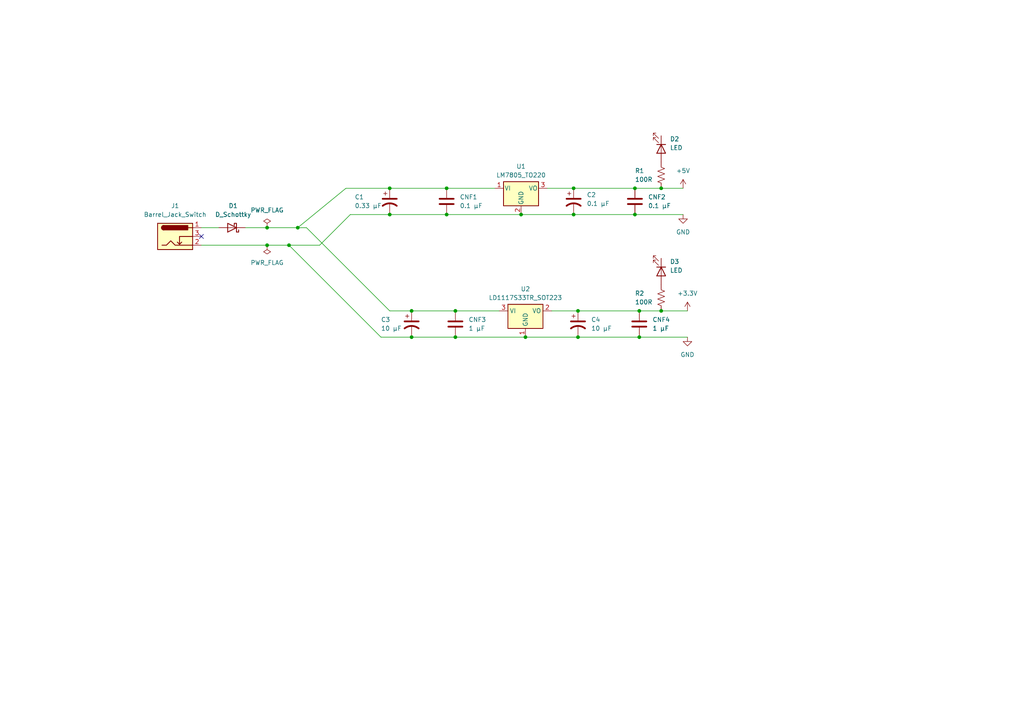
<source format=kicad_sch>
(kicad_sch (version 20230121) (generator eeschema)
  (paper "A4")
  (title_block (title "Breadboard Regulator") (date "2023-08-06"))
  (lib_symbols
    (symbol "Connector:Barrel_Jack_Switch" (pin_names hide)
      (property "Reference" "J" (at 0 5.334 0))
      (property "Value" "Barrel_Jack_Switch" (at 0 -5.08 0))
      (symbol "Barrel_Jack_Switch_0_1"
        (rectangle (start -5.08 3.81) (end 5.08 -3.81) (stroke (width 0.254)) (fill (type background)))
        (arc (start -3.302 3.175) (mid -3.9343 2.54) (end -3.302 1.905) (stroke (width 0.254)))
        (arc (start -3.302 3.175) (mid -3.9343 2.54) (end -3.302 1.905) (stroke (width 0.254)) (fill (type outline)))
        (polyline (pts (xy 1.27 -2.286) (xy 1.905 -1.651)) (stroke (width 0.254)))
        (polyline (pts (xy 5.08 2.54) (xy 3.81 2.54)) (stroke (width 0.254)))
        (polyline (pts (xy 5.08 0) (xy 1.27 0) (xy 1.27 -2.286) (xy 0.635 -1.651)) (stroke (width 0.254)))
        (polyline (pts (xy -3.81 -2.54) (xy -2.54 -2.54) (xy -1.27 -1.27) (xy 0 -2.54) (xy 2.54 -2.54) (xy 5.08 -2.54)) (stroke (width 0.254)))
        (rectangle (start 3.683 3.175) (end -3.302 1.905) (stroke (width 0.254)) (fill (type outline)))
      )
      (symbol "Barrel_Jack_Switch_1_1"
        (pin passive line (at 7.62 2.54 180) (length 2.54) (name "~") (number "1"))
        (pin passive line (at 7.62 -2.54 180) (length 2.54) (name "~") (number "2"))
        (pin passive line (at 7.62 0 180) (length 2.54) (name "~") (number "3"))
      )
    )
    (symbol "Device:C" (pin_numbers hide) (pin_names (offset 0.254))
      (property "Reference" "C" (at 0.635 2.54 0))
      (property "Value" "C" (at 0.635 -2.54 0))
      (symbol "C_0_1"
        (polyline (pts (xy -2.032 -0.762) (xy 2.032 -0.762)) (stroke (width 0.508)))
        (polyline (pts (xy -2.032 0.762) (xy 2.032 0.762)) (stroke (width 0.508)))
      )
      (symbol "C_1_1"
        (pin passive line (at 0 3.81 270) (length 2.794) (name "~") (number "1"))
        (pin passive line (at 0 -3.81 90) (length 2.794) (name "~") (number "2"))
      )
    )
    (symbol "Device:C_Polarized_US" (pin_numbers hide) (pin_names (offset 0.254) hide)
      (property "Reference" "C" (at 0.635 2.54 0))
      (property "Value" "C_Polarized_US" (at 0.635 -2.54 0))
      (symbol "C_Polarized_US_0_1"
        (polyline (pts (xy -2.032 0.762) (xy 2.032 0.762)) (stroke (width 0.508)))
        (polyline (pts (xy -1.778 2.286) (xy -0.762 2.286)))
        (polyline (pts (xy -1.27 1.778) (xy -1.27 2.794)))
        (arc (start 2.032 -1.27) (mid 0 -0.5572) (end -2.032 -1.27) (stroke (width 0.508)))
      )
      (symbol "C_Polarized_US_1_1"
        (pin passive line (at 0 3.81 270) (length 2.794) (name "~") (number "1"))
        (pin passive line (at 0 -3.81 90) (length 3.302) (name "~") (number "2"))
      )
    )
    (symbol "Device:D_Schottky" (pin_numbers hide) (pin_names (offset 1.016) hide)
      (property "Reference" "D" (at 0 2.54 0))
      (property "Value" "D_Schottky" (at 0 -2.54 0))
      (symbol "D_Schottky_0_1"
        (polyline (pts (xy 1.27 0) (xy -1.27 0)))
        (polyline (pts (xy 1.27 1.27) (xy 1.27 -1.27) (xy -1.27 0) (xy 1.27 1.27)) (stroke (width 0.254)))
        (polyline (pts (xy -1.905 0.635) (xy -1.905 1.27) (xy -1.27 1.27) (xy -1.27 -1.27) (xy -0.635 -1.27) (xy -0.635 -0.635)) (stroke (width 0.254)))
      )
      (symbol "D_Schottky_1_1"
        (pin passive line (at -3.81 0 0) (length 2.54) (name "K") (number "1"))
        (pin passive line (at 3.81 0 180) (length 2.54) (name "A") (number "2"))
      )
    )
    (symbol "Device:LED" (pin_numbers hide) (pin_names (offset 1.016) hide)
      (property "Reference" "D" (at 0 2.54 0))
      (property "Value" "LED" (at 0 -2.54 0))
      (symbol "LED_0_1"
        (polyline (pts (xy -1.27 -1.27) (xy -1.27 1.27)) (stroke (width 0.254)))
        (polyline (pts (xy -1.27 0) (xy 1.27 0)))
        (polyline (pts (xy 1.27 -1.27) (xy 1.27 1.27) (xy -1.27 0) (xy 1.27 -1.27)) (stroke (width 0.254)))
        (polyline (pts (xy -3.048 -0.762) (xy -4.572 -2.286) (xy -3.81 -2.286) (xy -4.572 -2.286) (xy -4.572 -1.524)))
        (polyline (pts (xy -1.778 -0.762) (xy -3.302 -2.286) (xy -2.54 -2.286) (xy -3.302 -2.286) (xy -3.302 -1.524)))
      )
      (symbol "LED_1_1"
        (pin passive line (at -3.81 0 0) (length 2.54) (name "K") (number "1"))
        (pin passive line (at 3.81 0 180) (length 2.54) (name "A") (number "2"))
      )
    )
    (symbol "Device:R_US" (pin_numbers hide) (pin_names (offset 0))
      (property "Reference" "R" (at 2.54 0 90))
      (property "Value" "R_US" (at -2.54 0 90))
      (symbol "R_US_0_1"
        (polyline (pts (xy 0 -2.286) (xy 0 -2.54)))
        (polyline (pts (xy 0 2.286) (xy 0 2.54)))
        (polyline (pts (xy 0 -0.762) (xy 1.016 -1.143) (xy 0 -1.524) (xy -1.016 -1.905) (xy 0 -2.286)))
        (polyline (pts (xy 0 0.762) (xy 1.016 0.381) (xy 0 0) (xy -1.016 -0.381) (xy 0 -0.762)))
        (polyline (pts (xy 0 2.286) (xy 1.016 1.905) (xy 0 1.524) (xy -1.016 1.143) (xy 0 0.762)))
      )
      (symbol "R_US_1_1"
        (pin passive line (at 0 3.81 270) (length 1.27) (name "~") (number "1"))
        (pin passive line (at 0 -3.81 90) (length 1.27) (name "~") (number "2"))
      )
    )
    (symbol "Regulator_Linear:LD1117S33TR_SOT223"
      (property "Reference" "U" (at -3.81 3.175 0))
      (property "Value" "LD1117S33TR_SOT223" (at 0 3.175 0))
      (symbol "LD1117S33TR_SOT223_0_1"
        (rectangle (start -5.08 -5.08) (end 5.08 1.905) (stroke (width 0.254)) (fill (type background)))
      )
      (symbol "LD1117S33TR_SOT223_1_1"
        (pin power_in line (at 0 -7.62 90) (length 2.54) (name "GND") (number "1"))
        (pin power_out line (at 7.62 0 180) (length 2.54) (name "VO") (number "2"))
        (pin power_in line (at -7.62 0 0) (length 2.54) (name "VI") (number "3"))
      )
    )
    (symbol "Regulator_Linear:LM7805_TO220" (pin_names (offset 0.254))
      (property "Reference" "U" (at -3.81 3.175 0))
      (property "Value" "LM7805_TO220" (at 0 3.175 0))
      (symbol "LM7805_TO220_0_1"
        (rectangle (start -5.08 1.905) (end 5.08 -5.08) (stroke (width 0.254)) (fill (type background)))
      )
      (symbol "LM7805_TO220_1_1"
        (pin power_in line (at -7.62 0 0) (length 2.54) (name "VI") (number "1"))
        (pin power_in line (at 0 -7.62 90) (length 2.54) (name "GND") (number "2"))
        (pin power_out line (at 7.62 0 180) (length 2.54) (name "VO") (number "3"))
      )
    )
    (symbol "power:+3.3V" (power) (pin_names (offset 0))
      (property "Value" "+3.3V" (at 0 3.556 0))
      (symbol "+3.3V_0_1"
        (polyline (pts (xy -0.762 1.27) (xy 0 2.54)))
        (polyline (pts (xy 0 0) (xy 0 2.54)))
        (polyline (pts (xy 0 2.54) (xy 0.762 1.27)))
      )
      (symbol "+3.3V_1_1"
        (pin power_in line (at 0 0 90) (length 0) hide (name "+3.3V") (number "1"))
      )
    )
    (symbol "power:+5V" (power) (pin_names (offset 0))
      (property "Value" "+5V" (at 0 3.556 0))
      (symbol "+5V_0_1"
        (polyline (pts (xy -0.762 1.27) (xy 0 2.54)))
        (polyline (pts (xy 0 0) (xy 0 2.54)))
        (polyline (pts (xy 0 2.54) (xy 0.762 1.27)))
      )
      (symbol "+5V_1_1"
        (pin power_in line (at 0 0 90) (length 0) hide (name "+5V") (number "1"))
      )
    )
    (symbol "power:GND" (power) (pin_names (offset 0))
      (property "Value" "GND" (at 0 -3.81 0))
      (symbol "GND_0_1"
        (polyline (pts (xy 0 0) (xy 0 -1.27) (xy 1.27 -1.27) (xy 0 -2.54) (xy -1.27 -1.27) (xy 0 -1.27)))
      )
      (symbol "GND_1_1"
        (pin power_in line (at 0 0 270) (length 0) hide (name "GND") (number "1"))
      )
    )
    (symbol "power:PWR_FLAG" (power) (pin_numbers hide) (pin_names (offset 0) hide)
      (property "Value" "PWR_FLAG" (at 0 3.81 0))
      (symbol "PWR_FLAG_0_0"
        (pin power_out line (at 0 0 90) (length 0) (name "pwr") (number "1"))
      )
      (symbol "PWR_FLAG_0_1"
        (polyline (pts (xy 0 0) (xy 0 1.27) (xy -1.016 1.905) (xy 0 2.54) (xy 1.016 1.905) (xy 0 1.27)))
      )
    )
  )
  (junction (at 77.47 66.04))
  (junction (at 166.37 62.23))
  (junction (at 119.38 90.17))
  (junction (at 119.38 97.79))
  (junction (at 129.54 62.23))
  (junction (at 132.08 90.17))
  (junction (at 113.03 62.23))
  (junction (at 132.08 97.79))
  (junction (at 166.37 54.61))
  (junction (at 184.15 62.23))
  (junction (at 77.47 71.12))
  (junction (at 152.4 97.79))
  (junction (at 151.13 62.23))
  (junction (at 167.64 90.17))
  (junction (at 113.03 54.61))
  (junction (at 185.42 97.79))
  (junction (at 191.77 90.17))
  (junction (at 184.15 54.61))
  (junction (at 86.36 66.04))
  (junction (at 83.82 71.12))
  (junction (at 167.64 97.79))
  (junction (at 185.42 90.17))
  (junction (at 191.77 54.61))
  (junction (at 129.54 54.61))
  (no_connect (at 58.42 68.58))
  (wire (pts (xy 110.49 97.79) (xy 119.38 97.79)))
  (wire (pts (xy 83.82 71.12) (xy 92.71 71.12)))
  (wire (pts (xy 58.42 71.12) (xy 77.47 71.12)))
  (wire (pts (xy 158.75 54.61) (xy 166.37 54.61)))
  (wire (pts (xy 132.08 90.17) (xy 144.78 90.17)))
  (wire (pts (xy 88.9 66.04) (xy 113.03 90.17)))
  (wire (pts (xy 151.13 62.23) (xy 166.37 62.23)))
  (wire (pts (xy 100.33 54.61) (xy 113.03 54.61)))
  (wire (pts (xy 86.36 66.04) (xy 88.9 66.04)))
  (wire (pts (xy 113.03 54.61) (xy 129.54 54.61)))
  (wire (pts (xy 86.36 66.04) (xy 100.33 54.61)))
  (wire (pts (xy 129.54 62.23) (xy 151.13 62.23)))
  (wire (pts (xy 129.54 54.61) (xy 143.51 54.61)))
  (wire (pts (xy 191.77 90.17) (xy 199.39 90.17)))
  (wire (pts (xy 119.38 97.79) (xy 132.08 97.79)))
  (wire (pts (xy 167.64 97.79) (xy 185.42 97.79)))
  (wire (pts (xy 166.37 54.61) (xy 184.15 54.61)))
  (wire (pts (xy 77.47 71.12) (xy 83.82 71.12)))
  (wire (pts (xy 132.08 97.79) (xy 152.4 97.79)))
  (wire (pts (xy 160.02 90.17) (xy 167.64 90.17)))
  (wire (pts (xy 113.03 90.17) (xy 119.38 90.17)))
  (wire (pts (xy 113.03 62.23) (xy 129.54 62.23)))
  (wire (pts (xy 92.71 71.12) (xy 101.6 62.23)))
  (wire (pts (xy 185.42 97.79) (xy 199.39 97.79)))
  (wire (pts (xy 166.37 62.23) (xy 184.15 62.23)))
  (wire (pts (xy 119.38 90.17) (xy 132.08 90.17)))
  (wire (pts (xy 110.49 97.79) (xy 83.82 71.12)))
  (wire (pts (xy 152.4 97.79) (xy 167.64 97.79)))
  (wire (pts (xy 185.42 90.17) (xy 191.77 90.17)))
  (wire (pts (xy 71.12 66.04) (xy 77.47 66.04)))
  (wire (pts (xy 58.42 66.04) (xy 63.5 66.04)))
  (wire (pts (xy 101.6 62.23) (xy 113.03 62.23)))
  (wire (pts (xy 77.47 66.04) (xy 86.36 66.04)))
  (wire (pts (xy 184.15 54.61) (xy 191.77 54.61)))
  (wire (pts (xy 184.15 62.23) (xy 198.12 62.23)))
  (wire (pts (xy 167.64 90.17) (xy 185.42 90.17)))
  (wire (pts (xy 191.77 54.61) (xy 198.12 54.61)))
  (symbol (lib_id "Device:C_Polarized_US") (at 113.03 58.42 0) (unit 1)
    (property "Reference" "C1" (at 102.87 57.15 0) (effects (justify left)))
    (property "Value" "0.33 μF" (at 102.87 59.69 0) (effects (justify left)))
    (property "Footprint" "Capacitor_THT:CP_Radial_D5.0mm_P2.50mm" (effects hide))
  )
  (symbol (lib_id "Device:C_Polarized_US") (at 167.64 93.98 0) (unit 1)
    (property "Reference" "C4" (at 171.45 92.71 0) (effects (justify left)))
    (property "Value" "10 μF" (at 171.45 95.25 0) (effects (justify left)))
    (property "Footprint" "Capacitor_THT:CP_Radial_D5.0mm_P2.50mm" (effects hide))
  )
  (symbol (lib_id "power:PWR_FLAG") (at 77.47 66.04 0) (unit 1)
    (property "Reference" "#FLG01" (effects hide))
    (property "Value" "PWR_FLAG" (at 77.47 60.96 0))
  )
  (symbol (lib_id "Device:C") (at 132.08 93.98 0) (unit 1)
    (property "Reference" "CNF3" (at 135.89 92.71 0) (effects (justify left)))
    (property "Value" "1 μF" (at 135.89 95.25 0) (effects (justify left)))
    (property "Footprint" "Capacitor_THT:C_Disc_D5.0mm_W2.5mm_P5.00mm" (effects hide))
  )
  (symbol (lib_id "power:+5V") (at 198.12 54.61 0) (unit 1)
    (property "Reference" "#PWR03" (effects hide))
    (property "Value" "+5V" (at 198.12 49.53 0))
  )
  (symbol (lib_id "Device:R_US") (at 191.77 50.8 0) (unit 1)
    (property "Reference" "R1" (at 184.15 49.53 0) (effects (justify left)))
    (property "Value" "100R" (at 184.15 52.07 0) (effects (justify left)))
    (property "Footprint" "Resistor_THT:R_Axial_DIN0207_L6.3mm_D2.5mm_P10.16mm_Horizontal" (effects hide))
  )
  (symbol (lib_id "power:GND") (at 199.39 97.79 0) (unit 1)
    (property "Reference" "#PWR06" (effects hide))
    (property "Value" "GND" (at 199.39 102.87 0))
  )
  (symbol (lib_id "power:GND") (at 198.12 62.23 0) (unit 1)
    (property "Reference" "#PWR02" (effects hide))
    (property "Value" "GND" (at 198.12 67.31 0))
  )
  (symbol (lib_id "power:+3.3V") (at 199.39 90.17 0) (unit 1)
    (property "Reference" "#PWR04" (effects hide))
    (property "Value" "+3.3V" (at 199.39 85.09 0))
  )
  (symbol (lib_id "power:PWR_FLAG") (at 77.47 71.12 180) (unit 1)
    (property "Reference" "#FLG02" (effects hide))
    (property "Value" "PWR_FLAG" (at 77.47 76.2 0))
  )
  (symbol (lib_id "Device:R_US") (at 191.77 86.36 0) (unit 1)
    (property "Reference" "R2" (at 184.15 85.09 0) (effects (justify left)))
    (property "Value" "100R" (at 184.15 87.63 0) (effects (justify left)))
    (property "Footprint" "Resistor_THT:R_Axial_DIN0207_L6.3mm_D2.5mm_P10.16mm_Horizontal" (effects hide))
  )
  (symbol (lib_id "Device:C") (at 129.54 58.42 0) (unit 1)
    (property "Reference" "CNF1" (at 133.35 57.15 0) (effects (justify left)))
    (property "Value" "0.1 μF" (at 133.35 59.69 0) (effects (justify left)))
    (property "Footprint" "Capacitor_THT:C_Disc_D5.0mm_W2.5mm_P5.00mm" (effects hide))
  )
  (symbol (lib_id "Device:C") (at 185.42 93.98 0) (unit 1)
    (property "Reference" "CNF4" (at 189.23 92.71 0) (effects (justify left)))
    (property "Value" "1 μF" (at 189.23 95.25 0) (effects (justify left)))
    (property "Footprint" "Capacitor_THT:C_Disc_D5.0mm_W2.5mm_P5.00mm" (effects hide))
  )
  (symbol (lib_id "Connector:Barrel_Jack_Switch") (at 50.8 68.58 0) (unit 1)
    (property "Reference" "J1" (at 50.8 59.69 0))
    (property "Value" "Barrel_Jack_Switch" (at 50.8 62.23 0))
    (property "Footprint" "Connector_BarrelJack:BarrelJack_Horizontal" (effects hide))
  )
  (symbol (lib_id "Device:C") (at 184.15 58.42 0) (unit 1)
    (property "Reference" "CNF2" (at 187.96 57.15 0) (effects (justify left)))
    (property "Value" "0.1 μF" (at 187.96 59.69 0) (effects (justify left)))
    (property "Footprint" "Capacitor_THT:C_Disc_D5.0mm_W2.5mm_P5.00mm" (effects hide))
  )
  (symbol (lib_id "Device:LED") (at 191.77 43.18 270) (unit 1)
    (property "Reference" "D2" (at 194.31 40.3225 90) (effects (justify left)))
    (property "Value" "LED" (at 194.31 42.8625 90) (effects (justify left)))
    (property "Footprint" "BeginnerModules:BeginnerLED_D5.0mm" (effects hide))
  )
  (symbol (lib_id "Regulator_Linear:LD1117S33TR_SOT223") (at 152.4 90.17 0) (unit 1)
    (property "Reference" "U2" (at 152.4 83.82 0))
    (property "Value" "LD1117S33TR_SOT223" (at 152.4 86.36 0))
    (property "Footprint" "Package_TO_SOT_THT:TO-220-3_Vertical" (effects hide))
    (property "Datasheet" "http://www.st.com/st-web-ui/static/active/en/resource/technical/document/datasheet/CD00000544.pdf" (effects hide))
  )
  (symbol (lib_id "Device:C_Polarized_US") (at 119.38 93.98 0) (unit 1)
    (property "Reference" "C3" (at 110.49 92.71 0) (effects (justify left)))
    (property "Value" "10 μF" (at 110.49 95.25 0) (effects (justify left)))
    (property "Footprint" "Capacitor_THT:CP_Radial_D5.0mm_P2.50mm" (effects hide))
  )
  (symbol (lib_id "Device:C_Polarized_US") (at 166.37 58.42 0) (unit 1)
    (property "Reference" "C2" (at 170.18 56.515 0) (effects (justify left)))
    (property "Value" "0.1 μF" (at 170.18 59.055 0) (effects (justify left)))
    (property "Footprint" "Capacitor_THT:CP_Radial_D5.0mm_P2.50mm" (effects hide))
  )
  (symbol (lib_id "Device:D_Schottky") (at 67.31 66.04 180) (unit 1)
    (property "Reference" "D1" (at 67.6275 59.69 0))
    (property "Value" "D_Schottky" (at 67.6275 62.23 0))
    (property "Footprint" "Diode_THT:D_A-405_P7.62mm_Horizontal" (effects hide))
  )
  (symbol (lib_id "Regulator_Linear:LM7805_TO220") (at 151.13 54.61 0) (unit 1)
    (property "Reference" "U1" (at 151.13 48.26 0))
    (property "Value" "LM7805_TO220" (at 151.13 50.8 0))
    (property "Footprint" "Package_TO_SOT_THT:TO-220-3_Vertical" (effects hide))
    (property "Datasheet" "https://www.onsemi.cn/PowerSolutions/document/MC7800-D.PDF" (effects hide))
  )
  (symbol (lib_id "Device:LED") (at 191.77 78.74 270) (unit 1)
    (property "Reference" "D3" (at 194.31 75.8825 90) (effects (justify left)))
    (property "Value" "LED" (at 194.31 78.4225 90) (effects (justify left)))
    (property "Footprint" "BeginnerModules:BeginnerLED_D5.0mm" (effects hide))
  )
)
</source>
